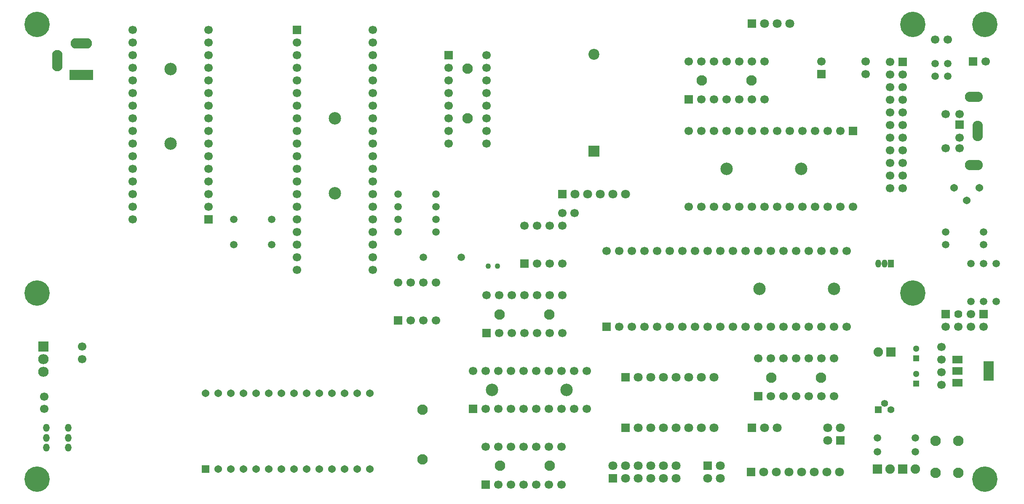
<source format=gbr>
%TF.GenerationSoftware,Novarm,DipTrace,4.3.0.4*%
%TF.CreationDate,2023-05-29T14:58:25+01:00*%
%FSLAX26Y26*%
%MOIN*%
%TF.FileFunction,Soldermask,Top*%
%TF.Part,Single*%
%ADD18C,0.055118*%
%ADD22R,0.066929X0.066929*%
%ADD23C,0.066929*%
%ADD25R,0.051181X0.051181*%
%ADD26C,0.051181*%
%ADD27C,0.066929*%
%ADD43R,0.070866X0.070866*%
%ADD44C,0.070866*%
%ADD52C,0.082677*%
%ADD56C,0.043307*%
%ADD63C,0.086614*%
%ADD64R,0.086614X0.086614*%
%ADD66C,0.06063*%
%ADD68O,0.051181X0.063937*%
%ADD70R,0.082677X0.153543*%
%ADD72R,0.082677X0.062992*%
%ADD74O,0.045276X0.062992*%
%ADD76R,0.045276X0.062992*%
%ADD78C,0.074803*%
%ADD79R,0.074803X0.074803*%
%ADD80O,0.082677X0.078937*%
%ADD82R,0.082677X0.078937*%
%ADD84O,0.082677X0.169291*%
%ADD86O,0.169291X0.082677*%
%ADD88R,0.185039X0.082677*%
%ADD90O,0.082677X0.161417*%
%ADD92O,0.141732X0.082677*%
%ADD94C,0.06063*%
%ADD96R,0.06063X0.06063*%
%ADD98C,0.098425*%
%ADD101C,0.063937*%
%ADD103C,0.059055*%
%ADD104C,0.200787*%
%ADD106R,0.055118X0.055118*%
%ADD107C,0.070866*%
%ADD108C,0.059055*%
G75*
G01*
%LPD*%
D103*
X7932676Y2249999D3*
D108*
Y1949999D3*
D22*
X5699802Y3550393D3*
D23*
X5799802D3*
X5899802D3*
X5999802D3*
X6099802D3*
X6199802D3*
X6299802D3*
Y3850393D3*
X6199802D3*
X6099802D3*
X5999802D3*
X5899802D3*
X5799802D3*
X5699802D3*
D22*
X1899999Y2599999D3*
D23*
Y2699999D3*
Y2799999D3*
Y2899999D3*
Y2999999D3*
Y3099999D3*
Y3199999D3*
Y3299999D3*
Y3399999D3*
Y3499999D3*
Y3599999D3*
Y3699999D3*
Y3799999D3*
Y3899999D3*
Y3999999D3*
Y4099999D3*
X1299999D3*
Y3999999D3*
Y3899999D3*
Y3799999D3*
Y3699999D3*
Y3599999D3*
Y3499999D3*
Y3399999D3*
Y3299999D3*
Y3199999D3*
Y3099999D3*
Y2999999D3*
Y2899999D3*
Y2799999D3*
Y2699999D3*
Y2599999D3*
D103*
X3399999D3*
D108*
X3699999D3*
D22*
X5049999Y1749999D3*
D23*
X5149999D3*
X5249999D3*
X5349999D3*
X5449999D3*
X5549999D3*
X5649999D3*
X5749999D3*
X5849999D3*
X5949999D3*
X6049999D3*
X6149999D3*
X6249999D3*
X6349999D3*
X6449999D3*
X6549999D3*
X6649999D3*
X6749999D3*
X6849999D3*
X6949999D3*
Y2349999D3*
X6849999D3*
X6749999D3*
X6649999D3*
X6549999D3*
X6449999D3*
X6349999D3*
X6249999D3*
X6149999D3*
X6049999D3*
X5949999D3*
X5849999D3*
X5749999D3*
X5649999D3*
X5549999D3*
X5449999D3*
X5349999D3*
X5249999D3*
X5149999D3*
X5049999D3*
D43*
X6193700Y599999D3*
D107*
X6293700D3*
X6393700D3*
X6493700D3*
X6593700D3*
X6693700D3*
X6793700D3*
X6893700D3*
D43*
X6199999Y949999D3*
D107*
X6299999D3*
X6399999D3*
D52*
X7655117Y593700D3*
Y849606D3*
X7832283Y593700D3*
Y849606D3*
D43*
X6899999Y849999D3*
D107*
X6799999D3*
X6899999Y949999D3*
X6799999D3*
D106*
X7199999Y1093700D3*
D18*
X7249999Y1143700D3*
X7299999Y1093700D3*
D52*
X3949999Y3399999D3*
Y3793700D3*
D43*
X5099999Y549999D3*
D107*
Y649999D3*
X5199999Y549999D3*
Y649999D3*
X5299999Y549999D3*
Y649999D3*
X5399999Y549999D3*
Y649999D3*
X5499999Y549999D3*
Y649999D3*
X5599999Y549999D3*
Y649999D3*
D43*
X4699999Y2799999D3*
D44*
X4799999D3*
X4899999D3*
X4999999D3*
X5099999D3*
X5199999D3*
D104*
X543700Y4143700D3*
Y2017716D3*
X7472834Y4143700D3*
Y2017716D3*
D22*
X7394094Y3848424D3*
D27*
X7294094D3*
X7394094Y3748424D3*
X7294094D3*
X7394094Y3648424D3*
X7294094D3*
X7394094Y3548424D3*
X7294094D3*
X7394094Y3448424D3*
X7294094D3*
X7394094Y3348424D3*
X7294094D3*
X7394094Y3248424D3*
X7294094D3*
X7394094Y3148424D3*
X7294094D3*
X7394094Y3048424D3*
X7294094D3*
X7394094Y2948424D3*
X7294094D3*
X7394094Y2848424D3*
X7294094D3*
D43*
X5199999Y949999D3*
D107*
X5299999D3*
X5399999D3*
X5499999D3*
X5599999D3*
X5699999D3*
X5799999D3*
X5899999D3*
D22*
X8032676Y1849999D3*
D27*
X7932676D3*
D101*
X7832676D3*
D22*
X7732676D3*
D27*
Y1749999D3*
X7832676D3*
X7932676D3*
X8032676D3*
X4699999Y2649999D3*
X4798424D3*
D22*
X2599999Y4099999D3*
D23*
Y3999999D3*
Y3899999D3*
Y3799999D3*
Y3699999D3*
Y3599999D3*
Y3499999D3*
Y3399999D3*
Y3299999D3*
Y3199999D3*
Y3099999D3*
Y2999999D3*
Y2899999D3*
Y2799999D3*
Y2699999D3*
Y2599999D3*
Y2499999D3*
Y2399999D3*
Y2299999D3*
Y2199999D3*
X3199999D3*
Y2299999D3*
Y2399999D3*
Y2499999D3*
Y2599999D3*
Y2699999D3*
Y2799999D3*
Y2899999D3*
Y2999999D3*
Y3099999D3*
Y3199999D3*
Y3299999D3*
Y3399999D3*
Y3499999D3*
Y3599999D3*
Y3699999D3*
Y3799999D3*
Y3899999D3*
Y3999999D3*
Y4099999D3*
D103*
X2100393Y2599999D3*
D108*
X2400393D3*
D25*
X7499999Y1499999D3*
D26*
Y1578739D3*
D103*
X8032676Y2399999D3*
D108*
X7732676D3*
D103*
X8032676Y1949999D3*
D108*
Y2249999D3*
D98*
X1599999Y3199999D3*
Y3790550D3*
X4143700Y1249999D3*
X4734251D3*
D22*
X4099999Y1699999D3*
D23*
X4199999D3*
X4299999D3*
X4399999D3*
X4499999D3*
X4599999D3*
X4699999D3*
Y1999999D3*
X4599999D3*
X4499999D3*
X4399999D3*
X4299999D3*
X4199999D3*
X4099999D3*
D103*
X7193700Y871653D3*
D108*
X7493700D3*
D103*
X7649999Y3834251D3*
D108*
Y3734251D3*
D27*
X7099999Y3751574D3*
Y3849999D3*
D96*
X1875491Y625983D3*
D94*
X1975491D3*
X2075491D3*
X2175491D3*
X2275491D3*
X2375491D3*
X2475491D3*
X2575491D3*
X2675491D3*
X2775491D3*
X2875491D3*
X2975491D3*
X3075491D3*
X3175491D3*
Y1225983D3*
X3075491D3*
X2975491D3*
X2875491D3*
X2775491D3*
X2675491D3*
X2575491D3*
X2475491D3*
X2375491D3*
X2275491D3*
X2175491D3*
X2075491D3*
X1975491D3*
X1875491D3*
D22*
X4093700Y499999D3*
D23*
X4193700D3*
X4293700D3*
X4393700D3*
X4493700D3*
X4593700D3*
X4693700D3*
Y799999D3*
X4593700D3*
X4493700D3*
X4393700D3*
X4293700D3*
X4193700D3*
X4093700D3*
D22*
X6249999Y1199999D3*
D23*
X6349999D3*
X6449999D3*
X6549999D3*
X6649999D3*
X6749999D3*
X6849999D3*
Y1499999D3*
X6749999D3*
X6649999D3*
X6549999D3*
X6449999D3*
X6349999D3*
X6249999D3*
D22*
X7843700Y3351574D3*
D27*
Y3249212D3*
Y3434251D3*
Y3166535D3*
X7733464Y3434251D3*
Y3166535D3*
D92*
X7955905Y3030708D3*
D90*
X7987401Y3300393D3*
D92*
X7955905Y3570078D3*
D27*
X599999Y1099999D3*
Y1198424D3*
D22*
X6749999Y3751574D3*
D27*
Y3849999D3*
D103*
X7749999Y3834251D3*
D108*
Y3734251D3*
D103*
X3399999Y2799999D3*
D108*
X3699999D3*
D104*
X543700Y543700D3*
D98*
X5999999Y2999999D3*
X6590550D3*
D43*
X6199999Y4149999D3*
D107*
X6299999D3*
X6399999D3*
X6499999D3*
D43*
X5199999Y1349999D3*
D107*
X5299999D3*
X5399999D3*
X5499999D3*
X5599999D3*
X5699999D3*
X5799999D3*
X5899999D3*
D25*
X7499999Y1299999D3*
D26*
Y1378739D3*
D52*
X4203346Y1849606D3*
X4597046D3*
X6196850Y3699999D3*
X5803149D3*
X6747046Y1349606D3*
X6353346D3*
D88*
X893700Y3745669D3*
D86*
Y3993700D3*
D84*
X704724Y3859842D3*
D82*
X593700Y1593700D3*
D80*
Y1493700D3*
Y1393700D3*
D22*
X7951574Y3849999D3*
D27*
X8049999D3*
X7700983Y1292125D3*
Y1390550D3*
D79*
X7299999Y1549999D3*
D78*
X7199999D3*
D76*
X7299999Y2249999D3*
D74*
X7249999D3*
X7199999D3*
D103*
X7493700Y760235D3*
D108*
X7193700D3*
D27*
X7749212Y4024999D3*
X7650787D3*
D103*
X3900393Y2299999D3*
D108*
X3600393D3*
D103*
X3700393Y2499999D3*
D108*
X3400393D3*
D103*
X8032676D3*
D108*
X7732676D3*
D22*
X4399999Y2249999D3*
D23*
X4499999D3*
X4599999D3*
X4699999D3*
Y2549999D3*
X4599999D3*
X4499999D3*
X4399999D3*
D72*
X7825983Y1490550D3*
Y1399999D3*
D70*
X8074015D3*
D72*
X7825983Y1309448D3*
D27*
X899999Y1593700D3*
Y1495275D3*
D68*
X617322Y951771D3*
Y873031D3*
Y794291D3*
X790550Y951771D3*
Y873031D3*
Y794291D3*
D22*
X3993700Y1099999D3*
D23*
X4093700D3*
X4193700D3*
X4293700D3*
X4393700D3*
X4493700D3*
X4593700D3*
X4693700D3*
X4793700D3*
X4893700D3*
Y1399999D3*
X4793700D3*
X4693700D3*
X4593700D3*
X4493700D3*
X4393700D3*
X4293700D3*
X4193700D3*
X4093700D3*
X3993700D3*
D52*
X3594684Y700983D3*
Y1094684D3*
D22*
X3799999Y3899999D3*
D23*
Y3799999D3*
Y3699999D3*
Y3599999D3*
Y3499999D3*
Y3399999D3*
Y3299999D3*
Y3199999D3*
X4099999D3*
Y3299999D3*
Y3399999D3*
Y3499999D3*
Y3599999D3*
Y3699999D3*
Y3799999D3*
Y3899999D3*
D79*
X7393700Y624606D3*
D78*
X7493700D3*
D104*
X8043700Y543700D3*
D79*
X7193700Y624606D3*
D78*
X7293700D3*
D66*
X7999999Y2849999D3*
X7899999Y2749999D3*
X7799999Y2849999D3*
D103*
X8132676Y2249999D3*
D108*
Y1949999D3*
D56*
X4187007Y2232283D3*
X4112204D3*
D22*
X6999999Y3299999D3*
D23*
X6899999D3*
X6799999D3*
X6699999D3*
X6599999D3*
X6499999D3*
X6399999D3*
X6299999D3*
X6199999D3*
X6099999D3*
X5999999D3*
X5899999D3*
X5799999D3*
X5699999D3*
Y2699999D3*
X5799999D3*
X5899999D3*
X5999999D3*
X6099999D3*
X6199999D3*
X6299999D3*
X6399999D3*
X6499999D3*
X6599999D3*
X6699999D3*
X6799999D3*
X6899999D3*
X6999999D3*
D104*
X8043700Y4143700D3*
D22*
X3400393Y1800393D3*
D23*
X3500393D3*
X3600393D3*
X3700393D3*
Y2100393D3*
X3600393D3*
X3500393D3*
X3400393D3*
D43*
X5849999Y649999D3*
D107*
X5949999D3*
X5849999Y549999D3*
X5949999D3*
D98*
X6849999Y2049999D3*
X6259448D3*
D52*
X4599999Y649999D3*
X4206298D3*
D103*
X3699999Y2699999D3*
D108*
X3399999D3*
D103*
X2100393Y2399999D3*
D108*
X2400393D3*
D98*
X2899999Y3399999D3*
Y2809448D3*
D27*
X7700983Y1492125D3*
Y1590550D3*
D64*
X4949999Y3141808D3*
D63*
Y3909524D3*
M02*

</source>
